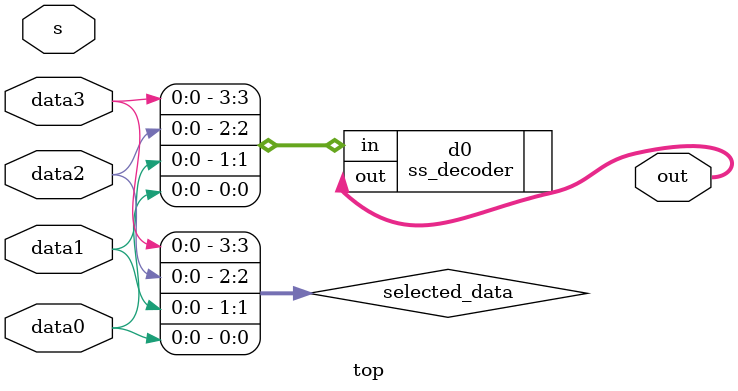
<source format=v>
module top(
    input data0, data1, data2, data3,
    input [1:0] s,
    output [6:0] out
);
wire [3:0] selected_data;

assign selected_data={data3, data2, data1, data0};


ss_decoder d0(
.in(selected_data), 
.out(out)
);
endmodule

</source>
